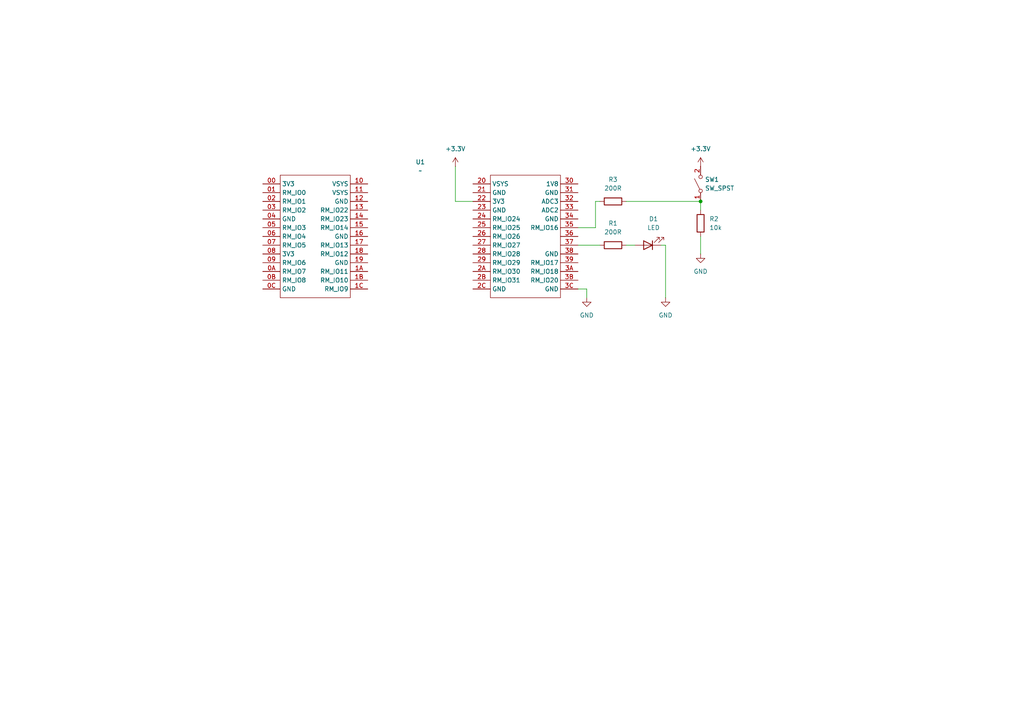
<source format=kicad_sch>
(kicad_sch (version 20250114) (generator "eeschema") (generator_version "9.0")
  (paper "A4")
  (lib_symbols
    (symbol "Device:LED" (pin_numbers (hide yes)) (pin_names (offset 1.016) (hide yes))
      (property "Reference" "D" (at 0 2.54 0))
      (property "Value" "LED" (at 0 -2.54 0))
      (symbol "LED_0_1"
        (polyline (pts (xy -3.048 -0.762) (xy -4.572 -2.286) (xy -3.81 -2.286) (xy -4.572 -2.286) (xy -4.572 -1.524)))
        (polyline (pts (xy -1.778 -0.762) (xy -3.302 -2.286) (xy -2.54 -2.286) (xy -3.302 -2.286) (xy -3.302 -1.524)))
        (polyline (pts (xy -1.27 0) (xy 1.27 0)))
        (polyline (pts (xy -1.27 -1.27) (xy -1.27 1.27)) (stroke (width 0.254)))
        (polyline (pts (xy 1.27 -1.27) (xy 1.27 1.27) (xy -1.27 0) (xy 1.27 -1.27)) (stroke (width 0.254)))
      )
      (symbol "LED_1_1"
        (pin passive line (at -3.81 0 0) (length 2.54) (name "K") (number "1"))
        (pin passive line (at 3.81 0 180) (length 2.54) (name "A") (number "2"))
      )
    )
    (symbol "Device:R" (pin_numbers (hide yes)) (pin_names (offset 0))
      (property "Reference" "R" (at 2.032 0 90))
      (property "Value" "R" (at 0 0 90))
      (symbol "R_0_1"
        (rectangle (start -1.016 -2.54) (end 1.016 2.54) (stroke (width 0.254)))
      )
      (symbol "R_1_1"
        (pin passive line (at 0 3.81 270) (length 1.27) (name "~") (number "1"))
        (pin passive line (at 0 -3.81 90) (length 1.27) (name "~") (number "2"))
      )
    )
    (symbol "Switch:SW_SPST" (pin_names (offset 0) (hide yes))
      (property "Reference" "SW" (at 0 3.175 0))
      (property "Value" "SW_SPST" (at 0 -2.54 0))
      (symbol "SW_SPST_0_0"
        (circle (center -2.032 0) (radius 0.508))
        (polyline (pts (xy -1.524 0.254) (xy 1.524 1.778)))
        (circle (center 2.032 0) (radius 0.508))
      )
      (symbol "SW_SPST_1_1"
        (pin passive line (at -5.08 0 0) (length 2.54) (name "A") (number "1"))
        (pin passive line (at 5.08 0 180) (length 2.54) (name "B") (number "2"))
      )
    )
    (symbol "kicad_inventree_lib:LuckfoxLyraUltra"
      (property "Reference" "U" (at 0 2.54 0))
      (symbol "LuckfoxLyraUltra_0_1"
        (rectangle (start -40.64 43.18) (end -20.32 7.62))
        (rectangle (start 20.32 43.18) (end 40.64 7.62))
      )
      (symbol "LuckfoxLyraUltra_1_1"
        (pin power_out line (at -45.72 40.64 0) (length 5.08) (name "3V3") (number "00"))
        (pin bidirectional line (at -45.72 38.1 0) (length 5.08) (name "RM_IO0") (number "01"))
        (pin bidirectional line (at -45.72 35.56 0) (length 5.08) (name "RM_IO1") (number "02"))
        (pin bidirectional line (at -45.72 33.02 0) (length 5.08) (name "RM_IO2") (number "03"))
        (pin power_in line (at -45.72 30.48 0) (length 5.08) (name "GND") (number "04"))
        (pin bidirectional line (at -45.72 27.94 0) (length 5.08) (name "RM_IO3") (number "05"))
        (pin bidirectional line (at -45.72 25.4 0) (length 5.08) (name "RM_IO4") (number "06"))
        (pin bidirectional line (at -45.72 22.86 0) (length 5.08) (name "RM_IO5") (number "07"))
        (pin power_out line (at -45.72 20.32 0) (length 5.08) (name "3V3") (number "08"))
        (pin bidirectional line (at -45.72 17.78 0) (length 5.08) (name "RM_IO6") (number "09"))
        (pin bidirectional line (at -45.72 15.24 0) (length 5.08) (name "RM_IO7") (number "0A"))
        (pin bidirectional line (at -45.72 12.7 0) (length 5.08) (name "RM_IO8") (number "0B"))
        (pin power_in line (at -45.72 10.16 0) (length 5.08) (name "GND") (number "0C"))
        (pin power_in line (at -15.24 40.64 180) (length 5.08) (name "VSYS") (number "10"))
        (pin power_in line (at -15.24 38.1 180) (length 5.08) (name "VSYS") (number "11"))
        (pin power_in line (at -15.24 35.56 180) (length 5.08) (name "GND") (number "12"))
        (pin bidirectional line (at -15.24 33.02 180) (length 5.08) (name "RM_IO22") (number "13"))
        (pin bidirectional line (at -15.24 30.48 180) (length 5.08) (name "RM_IO23") (number "14"))
        (pin bidirectional line (at -15.24 27.94 180) (length 5.08) (name "RM_IO14") (number "15"))
        (pin power_in line (at -15.24 25.4 180) (length 5.08) (name "GND") (number "16"))
        (pin bidirectional line (at -15.24 22.86 180) (length 5.08) (name "RM_IO13") (number "17"))
        (pin bidirectional line (at -15.24 20.32 180) (length 5.08) (name "RM_IO12") (number "18"))
        (pin power_in line (at -15.24 17.78 180) (length 5.08) (name "GND") (number "19"))
        (pin bidirectional line (at -15.24 15.24 180) (length 5.08) (name "RM_IO11") (number "1A"))
        (pin bidirectional line (at -15.24 12.7 180) (length 5.08) (name "RM_IO10") (number "1B"))
        (pin bidirectional line (at -15.24 10.16 180) (length 5.08) (name "RM_IO9") (number "1C"))
        (pin power_in line (at 15.24 40.64 0) (length 5.08) (name "VSYS") (number "20"))
        (pin power_in line (at 15.24 38.1 0) (length 5.08) (name "GND") (number "21"))
        (pin power_out line (at 15.24 35.56 0) (length 5.08) (name "3V3") (number "22"))
        (pin power_in line (at 15.24 33.02 0) (length 5.08) (name "GND") (number "23"))
        (pin bidirectional line (at 15.24 30.48 0) (length 5.08) (name "RM_IO24") (number "24"))
        (pin bidirectional line (at 15.24 27.94 0) (length 5.08) (name "RM_IO25") (number "25"))
        (pin bidirectional line (at 15.24 25.4 0) (length 5.08) (name "RM_IO26") (number "26"))
        (pin bidirectional line (at 15.24 22.86 0) (length 5.08) (name "RM_IO27") (number "27"))
        (pin bidirectional line (at 15.24 20.32 0) (length 5.08) (name "RM_IO28") (number "28"))
        (pin bidirectional line (at 15.24 17.78 0) (length 5.08) (name "RM_IO29") (number "29"))
        (pin bidirectional line (at 15.24 15.24 0) (length 5.08) (name "RM_IO30") (number "2A"))
        (pin bidirectional line (at 15.24 12.7 0) (length 5.08) (name "RM_IO31") (number "2B"))
        (pin power_in line (at 15.24 10.16 0) (length 5.08) (name "GND") (number "2C"))
        (pin power_out line (at 45.72 40.64 180) (length 5.08) (name "1V8") (number "30"))
        (pin power_in line (at 45.72 38.1 180) (length 5.08) (name "GND") (number "31"))
        (pin input line (at 45.72 35.56 180) (length 5.08) (name "ADC3") (number "32"))
        (pin input line (at 45.72 33.02 180) (length 5.08) (name "ADC2") (number "33"))
        (pin power_in line (at 45.72 30.48 180) (length 5.08) (name "GND") (number "34"))
        (pin bidirectional line (at 45.72 27.94 180) (length 5.08) (name "RM_IO16") (number "35"))
        (pin bidirectional line (at 45.72 25.4 180) (length 5.08) (name "") (number "36"))
        (pin bidirectional line (at 45.72 22.86 180) (length 5.08) (name "") (number "37"))
        (pin power_in line (at 45.72 20.32 180) (length 5.08) (name "GND") (number "38"))
        (pin bidirectional line (at 45.72 17.78 180) (length 5.08) (name "RM_IO17") (number "39"))
        (pin bidirectional line (at 45.72 15.24 180) (length 5.08) (name "RM_IO18") (number "3A"))
        (pin bidirectional line (at 45.72 12.7 180) (length 5.08) (name "RM_IO20") (number "3B"))
        (pin power_in line (at 45.72 10.16 180) (length 5.08) (name "GND") (number "3C"))
      )
    )
    (symbol "power:+3.3V" (power) (pin_numbers (hide yes)) (pin_names (offset 0) (hide yes))
      (property "Value" "+3.3V" (at 0 3.556 0))
      (symbol "+3.3V_0_1"
        (polyline (pts (xy -0.762 1.27) (xy 0 2.54)))
        (polyline (pts (xy 0 2.54) (xy 0.762 1.27)))
        (polyline (pts (xy 0 0) (xy 0 2.54)))
      )
      (symbol "+3.3V_1_1"
        (pin power_in line (at 0 0 90) (length 0) (name "~") (number "1"))
      )
    )
    (symbol "power:GND" (power) (pin_numbers (hide yes)) (pin_names (offset 0) (hide yes))
      (property "Value" "GND" (at 0 -3.81 0))
      (symbol "GND_0_1"
        (polyline (pts (xy 0 0) (xy 0 -1.27) (xy 1.27 -1.27) (xy 0 -2.54) (xy -1.27 -1.27) (xy 0 -1.27)))
      )
      (symbol "GND_1_1"
        (pin power_in line (at 0 0 270) (length 0) (name "~") (number "1"))
      )
    )
  )
  (junction (at 203.2 58.42))
  (wire (pts (xy 173.99 58.42) (xy 172.72 58.42)))
  (wire (pts (xy 172.72 58.42) (xy 172.72 66.04)))
  (wire (pts (xy 170.18 83.82) (xy 170.18 86.36)))
  (wire (pts (xy 193.04 71.12) (xy 193.04 86.36)))
  (wire (pts (xy 181.61 58.42) (xy 203.2 58.42)))
  (wire (pts (xy 193.04 71.12) (xy 191.77 71.12)))
  (wire (pts (xy 167.64 83.82) (xy 170.18 83.82)))
  (wire (pts (xy 203.2 68.58) (xy 203.2 73.66)))
  (wire (pts (xy 172.72 66.04) (xy 167.64 66.04)))
  (wire (pts (xy 203.2 58.42) (xy 203.2 60.96)))
  (wire (pts (xy 137.16 58.42) (xy 132.08 58.42)))
  (wire (pts (xy 167.64 71.12) (xy 173.99 71.12)))
  (wire (pts (xy 181.61 71.12) (xy 184.15 71.12)))
  (wire (pts (xy 132.08 58.42) (xy 132.08 48.26)))
  (symbol (lib_id "Device:R") (at 203.2 64.77 180) (unit 1)
    (property "Reference" "R2" (at 205.74 63.4999 0) (effects (justify right)))
    (property "Value" "10k" (at 205.74 66.0399 0) (effects (justify right)))
    (property "Description" "Resistor" (effects (hide yes)))
  )
  (symbol (lib_id "power:+3.3V") (at 203.2 48.26 0) (unit 1)
    (property "Reference" "#PWR01" (effects (hide yes)))
    (property "Value" "+3.3V" (at 203.2 43.18 0))
    (property "Description" "Power symbol creates a global label with name \"+3.3V\"" (effects (hide yes)))
  )
  (symbol (lib_id "power:GND") (at 193.04 86.36 0) (unit 1)
    (property "Reference" "#PWR05" (effects (hide yes)))
    (property "Value" "GND" (at 193.04 91.44 0))
    (property "Description" "Power symbol creates a global label with name \"GND\" , ground" (effects (hide yes)))
  )
  (symbol (lib_id "Device:R") (at 177.8 71.12 90) (unit 1)
    (property "Reference" "R1" (at 177.8 64.77 90))
    (property "Value" "200R" (at 177.8 67.31 90))
    (property "Description" "Resistor" (effects (hide yes)))
  )
  (symbol (lib_id "power:+3.3V") (at 132.08 48.26 0) (unit 1)
    (property "Reference" "#PWR03" (effects (hide yes)))
    (property "Value" "+3.3V" (at 132.08 43.18 0))
    (property "Description" "Power symbol creates a global label with name \"+3.3V\"" (effects (hide yes)))
  )
  (symbol (lib_id "power:GND") (at 170.18 86.36 0) (unit 1)
    (property "Reference" "#PWR04" (effects (hide yes)))
    (property "Value" "GND" (at 170.18 91.44 0))
    (property "Description" "Power symbol creates a global label with name \"GND\" , ground" (effects (hide yes)))
  )
  (symbol (lib_id "power:GND") (at 203.2 73.66 0) (unit 1)
    (property "Reference" "#PWR02" (effects (hide yes)))
    (property "Value" "GND" (at 203.2 78.74 0))
    (property "Description" "Power symbol creates a global label with name \"GND\" , ground" (effects (hide yes)))
  )
  (symbol (lib_id "kicad_inventree_lib:LuckfoxLyraUltra") (at 121.92 93.98 0) (unit 1)
    (property "Reference" "U1" (at 121.92 46.99 0))
    (property "Value" "~" (at 121.92 49.53 0))
    (property "Footprint" "kicad_inventree_lib:LuckfoxLyraUltra" (effects (hide yes)))
  )
  (symbol (lib_id "Device:R") (at 177.8 58.42 90) (unit 1)
    (property "Reference" "R3" (at 177.8 52.07 90))
    (property "Value" "200R" (at 177.8 54.61 90))
    (property "Description" "Resistor" (effects (hide yes)))
  )
  (symbol (lib_id "Switch:SW_SPST") (at 203.2 53.34 90) (unit 1)
    (property "Reference" "SW1" (at 204.47 52.0699 90) (effects (justify right)))
    (property "Value" "SW_SPST" (at 204.47 54.6099 90) (effects (justify right)))
    (property "Description" "Single Pole Single Throw (SPST) switch" (effects (hide yes)))
  )
  (symbol (lib_id "Device:LED") (at 187.96 71.12 180) (unit 1)
    (property "Reference" "D1" (at 189.5475 63.5 0))
    (property "Value" "LED" (at 189.5475 66.04 0))
    (property "Description" "Light emitting diode" (effects (hide yes)))
    (property "Sim.Pins" "1=K 2=A" (effects (hide yes)))
  )
)
</source>
